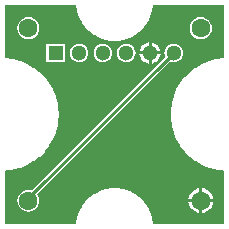
<source format=gtl>
G04*
G04 #@! TF.GenerationSoftware,Altium Limited,Altium Designer,24.4.1 (13)*
G04*
G04 Layer_Physical_Order=1*
G04 Layer_Color=255*
%FSLAX44Y44*%
%MOMM*%
G71*
G04*
G04 #@! TF.SameCoordinates,981E6EA0-C3E0-4720-A1E8-73D649FB2924*
G04*
G04*
G04 #@! TF.FilePolarity,Positive*
G04*
G01*
G75*
%ADD15C,0.2540*%
%ADD16C,1.3000*%
%ADD17R,1.3000X1.3000*%
%ADD18C,1.6000*%
G36*
X-32481Y92240D02*
X-31745Y87588D01*
X-31674Y87396D01*
X-31650Y87192D01*
X-30194Y82713D01*
X-30094Y82534D01*
X-30039Y82338D01*
X-27900Y78141D01*
X-27774Y77980D01*
X-27688Y77794D01*
X-24920Y73984D01*
X-24769Y73845D01*
X-24656Y73675D01*
X-21325Y70344D01*
X-21155Y70230D01*
X-21016Y70080D01*
X-17205Y67312D01*
X-17020Y67226D01*
X-16859Y67099D01*
X-12662Y64961D01*
X-12465Y64905D01*
X-12287Y64805D01*
X-7807Y63350D01*
X-7604Y63326D01*
X-7412Y63255D01*
X-2760Y62518D01*
X-2555Y62526D01*
X-2355Y62486D01*
X2355Y62486D01*
X2556Y62526D01*
X2761Y62518D01*
X7413Y63255D01*
X7605Y63326D01*
X7808Y63350D01*
X12287Y64805D01*
X12466Y64905D01*
X12663Y64961D01*
X16860Y67099D01*
X17020Y67226D01*
X17206Y67312D01*
X21017Y70080D01*
X21156Y70230D01*
X21326Y70344D01*
X24656Y73675D01*
X24770Y73845D01*
X24920Y73984D01*
X27689Y77794D01*
X27775Y77980D01*
X27901Y78141D01*
X30040Y82337D01*
X30095Y82534D01*
X30195Y82713D01*
X31651Y87192D01*
X31675Y87396D01*
X31745Y87588D01*
X32482Y92240D01*
X33747Y92410D01*
X92410D01*
Y48504D01*
X91718Y47482D01*
X85881Y46714D01*
X85719Y46659D01*
X85548Y46648D01*
X79861Y45124D01*
X79708Y45048D01*
X79541Y45015D01*
X74101Y42762D01*
X73959Y42667D01*
X73797Y42612D01*
X68698Y39668D01*
X68570Y39555D01*
X68417Y39480D01*
X63746Y35896D01*
X63633Y35767D01*
X63491Y35672D01*
X59328Y31509D01*
X59233Y31367D01*
X59104Y31254D01*
X55520Y26583D01*
X55445Y26430D01*
X55332Y26302D01*
X52388Y21203D01*
X52333Y21041D01*
X52238Y20899D01*
X49985Y15459D01*
X49952Y15292D01*
X49876Y15139D01*
X48352Y9452D01*
X48341Y9281D01*
X48286Y9119D01*
X47518Y3282D01*
X47529Y3111D01*
X47496Y2944D01*
Y-2944D01*
X47529Y-3111D01*
X47518Y-3282D01*
X48286Y-9119D01*
X48341Y-9281D01*
X48352Y-9452D01*
X49876Y-15139D01*
X49952Y-15292D01*
X49985Y-15459D01*
X52238Y-20899D01*
X52333Y-21041D01*
X52388Y-21203D01*
X55332Y-26302D01*
X55445Y-26430D01*
X55520Y-26583D01*
X59104Y-31254D01*
X59233Y-31367D01*
X59328Y-31509D01*
X63491Y-35672D01*
X63633Y-35767D01*
X63746Y-35896D01*
X68417Y-39480D01*
X68570Y-39555D01*
X68698Y-39668D01*
X73797Y-42612D01*
X73959Y-42667D01*
X74101Y-42762D01*
X79541Y-45015D01*
X79708Y-45048D01*
X79861Y-45124D01*
X85548Y-46648D01*
X85719Y-46659D01*
X85881Y-46714D01*
X91718Y-47482D01*
X92410Y-48504D01*
Y-92410D01*
X33747D01*
X32482Y-92239D01*
X31745Y-87587D01*
X31675Y-87395D01*
X31651Y-87192D01*
X30195Y-82713D01*
X30095Y-82534D01*
X30040Y-82337D01*
X27901Y-78140D01*
X27775Y-77980D01*
X27689Y-77794D01*
X24920Y-73983D01*
X24770Y-73844D01*
X24656Y-73674D01*
X21326Y-70344D01*
X21156Y-70230D01*
X21017Y-70080D01*
X17206Y-67311D01*
X17020Y-67225D01*
X16860Y-67099D01*
X12663Y-64961D01*
X12466Y-64905D01*
X12287Y-64805D01*
X7808Y-63350D01*
X7605Y-63326D01*
X7413Y-63255D01*
X2761Y-62518D01*
X2556Y-62526D01*
X2356Y-62486D01*
X-2355D01*
X-2555Y-62526D01*
X-2760Y-62518D01*
X-7412Y-63255D01*
X-7604Y-63326D01*
X-7807Y-63350D01*
X-12287Y-64805D01*
X-12465Y-64905D01*
X-12662Y-64961D01*
X-16859Y-67099D01*
X-17019Y-67226D01*
X-17205Y-67311D01*
X-21016Y-70080D01*
X-21155Y-70230D01*
X-21325Y-70344D01*
X-24656Y-73674D01*
X-24769Y-73844D01*
X-24920Y-73983D01*
X-27688Y-77794D01*
X-27774Y-77980D01*
X-27900Y-78140D01*
X-30039Y-82337D01*
X-30094Y-82534D01*
X-30194Y-82713D01*
X-31650Y-87192D01*
X-31674Y-87395D01*
X-31745Y-87587D01*
X-32481Y-92239D01*
X-33746Y-92410D01*
X-92410D01*
Y-48504D01*
X-91718Y-47482D01*
X-85881Y-46714D01*
X-85719Y-46659D01*
X-85548Y-46648D01*
X-79861Y-45124D01*
X-79708Y-45048D01*
X-79541Y-45015D01*
X-74101Y-42762D01*
X-73959Y-42667D01*
X-73797Y-42612D01*
X-68698Y-39668D01*
X-68570Y-39555D01*
X-68417Y-39480D01*
X-63746Y-35896D01*
X-63633Y-35767D01*
X-63491Y-35672D01*
X-59328Y-31509D01*
X-59233Y-31367D01*
X-59104Y-31254D01*
X-55520Y-26583D01*
X-55445Y-26430D01*
X-55332Y-26302D01*
X-52388Y-21203D01*
X-52333Y-21041D01*
X-52238Y-20899D01*
X-49985Y-15459D01*
X-49952Y-15292D01*
X-49876Y-15139D01*
X-48352Y-9452D01*
X-48341Y-9281D01*
X-48286Y-9119D01*
X-47518Y-3282D01*
X-47529Y-3111D01*
X-47496Y-2944D01*
Y2944D01*
X-47529Y3111D01*
X-47518Y3282D01*
X-48286Y9119D01*
X-48341Y9281D01*
X-48352Y9452D01*
X-49876Y15139D01*
X-49952Y15292D01*
X-49985Y15459D01*
X-52238Y20899D01*
X-52333Y21041D01*
X-52388Y21203D01*
X-55332Y26302D01*
X-55445Y26430D01*
X-55520Y26583D01*
X-59104Y31254D01*
X-59233Y31367D01*
X-59328Y31509D01*
X-63491Y35672D01*
X-63633Y35767D01*
X-63746Y35896D01*
X-68417Y39480D01*
X-68570Y39555D01*
X-68698Y39668D01*
X-73797Y42612D01*
X-73959Y42667D01*
X-74101Y42762D01*
X-79541Y45015D01*
X-79708Y45048D01*
X-79861Y45124D01*
X-85548Y46648D01*
X-85719Y46659D01*
X-85881Y46714D01*
X-91718Y47482D01*
X-92410Y48504D01*
Y92410D01*
X-33746D01*
X-32481Y92240D01*
D02*
G37*
%LPC*%
G36*
X73000Y82360D02*
X70577Y82041D01*
X68320Y81106D01*
X66381Y79619D01*
X64894Y77680D01*
X63959Y75423D01*
X63640Y73000D01*
X63959Y70577D01*
X64894Y68320D01*
X66381Y66381D01*
X68320Y64894D01*
X70577Y63959D01*
X73000Y63640D01*
X75423Y63959D01*
X77680Y64894D01*
X79619Y66381D01*
X81106Y68320D01*
X82041Y70577D01*
X82360Y73000D01*
X82041Y75423D01*
X81106Y77680D01*
X79619Y79619D01*
X77680Y81106D01*
X75423Y82041D01*
X73000Y82360D01*
D02*
G37*
G36*
X-73000D02*
X-75423Y82041D01*
X-77680Y81106D01*
X-79619Y79619D01*
X-81106Y77680D01*
X-82041Y75423D01*
X-82360Y73000D01*
X-82041Y70577D01*
X-81106Y68320D01*
X-79619Y66381D01*
X-77680Y64894D01*
X-75423Y63959D01*
X-73000Y63640D01*
X-70577Y63959D01*
X-68320Y64894D01*
X-66381Y66381D01*
X-64894Y68320D01*
X-63959Y70577D01*
X-63640Y73000D01*
X-63959Y75423D01*
X-64894Y77680D01*
X-66381Y79619D01*
X-68320Y81106D01*
X-70577Y82041D01*
X-73000Y82360D01*
D02*
G37*
G36*
X31270Y60951D02*
Y53270D01*
X38951D01*
X38807Y54360D01*
X37896Y56559D01*
X36447Y58447D01*
X34559Y59896D01*
X32360Y60807D01*
X31270Y60951D01*
D02*
G37*
G36*
X28730D02*
X27640Y60807D01*
X25441Y59896D01*
X23553Y58447D01*
X22104Y56559D01*
X21193Y54360D01*
X21049Y53270D01*
X28730D01*
Y60951D01*
D02*
G37*
G36*
X-42220Y59780D02*
X-57780D01*
Y44220D01*
X-42220D01*
Y59780D01*
D02*
G37*
G36*
X50000Y59847D02*
X47969Y59580D01*
X46076Y58796D01*
X44451Y57549D01*
X43204Y55924D01*
X42420Y54031D01*
X42153Y52000D01*
X42420Y49969D01*
X42969Y48645D01*
X-69912Y-64235D01*
X-70577Y-63959D01*
X-73000Y-63640D01*
X-75423Y-63959D01*
X-77680Y-64894D01*
X-79619Y-66381D01*
X-81106Y-68320D01*
X-82041Y-70577D01*
X-82360Y-73000D01*
X-82041Y-75423D01*
X-81106Y-77680D01*
X-79619Y-79619D01*
X-77680Y-81106D01*
X-75423Y-82041D01*
X-73000Y-82360D01*
X-70577Y-82041D01*
X-68320Y-81106D01*
X-66381Y-79619D01*
X-64894Y-77680D01*
X-63959Y-75423D01*
X-63640Y-73000D01*
X-63959Y-70577D01*
X-64894Y-68320D01*
X-65653Y-67330D01*
X46645Y44969D01*
X47969Y44420D01*
X50000Y44153D01*
X52031Y44420D01*
X53924Y45204D01*
X55549Y46451D01*
X56796Y48076D01*
X57580Y49969D01*
X57847Y52000D01*
X57580Y54031D01*
X56796Y55924D01*
X55549Y57549D01*
X53924Y58796D01*
X52031Y59580D01*
X50000Y59847D01*
D02*
G37*
G36*
X10000D02*
X7969Y59580D01*
X6076Y58796D01*
X4451Y57549D01*
X3204Y55924D01*
X2420Y54031D01*
X2153Y52000D01*
X2420Y49969D01*
X3204Y48076D01*
X4451Y46451D01*
X6076Y45204D01*
X7969Y44420D01*
X10000Y44153D01*
X12031Y44420D01*
X13924Y45204D01*
X15549Y46451D01*
X16796Y48076D01*
X17580Y49969D01*
X17847Y52000D01*
X17580Y54031D01*
X16796Y55924D01*
X15549Y57549D01*
X13924Y58796D01*
X12031Y59580D01*
X10000Y59847D01*
D02*
G37*
G36*
X-10000D02*
X-12031Y59580D01*
X-13924Y58796D01*
X-15549Y57549D01*
X-16796Y55924D01*
X-17580Y54031D01*
X-17847Y52000D01*
X-17580Y49969D01*
X-16796Y48076D01*
X-15549Y46451D01*
X-13924Y45204D01*
X-12031Y44420D01*
X-10000Y44153D01*
X-7969Y44420D01*
X-6076Y45204D01*
X-4451Y46451D01*
X-3204Y48076D01*
X-2420Y49969D01*
X-2153Y52000D01*
X-2420Y54031D01*
X-3204Y55924D01*
X-4451Y57549D01*
X-6076Y58796D01*
X-7969Y59580D01*
X-10000Y59847D01*
D02*
G37*
G36*
X-30000D02*
X-32031Y59580D01*
X-33924Y58796D01*
X-35549Y57549D01*
X-36796Y55924D01*
X-37580Y54031D01*
X-37847Y52000D01*
X-37580Y49969D01*
X-36796Y48076D01*
X-35549Y46451D01*
X-33924Y45204D01*
X-32031Y44420D01*
X-30000Y44153D01*
X-27969Y44420D01*
X-26077Y45204D01*
X-24451Y46451D01*
X-23204Y48076D01*
X-22420Y49969D01*
X-22153Y52000D01*
X-22420Y54031D01*
X-23204Y55924D01*
X-24451Y57549D01*
X-26077Y58796D01*
X-27969Y59580D01*
X-30000Y59847D01*
D02*
G37*
G36*
X38951Y50730D02*
X31270D01*
Y43049D01*
X32360Y43193D01*
X34559Y44104D01*
X36447Y45553D01*
X37896Y47441D01*
X38807Y49640D01*
X38951Y50730D01*
D02*
G37*
G36*
X28730D02*
X21049D01*
X21193Y49640D01*
X22104Y47441D01*
X23553Y45553D01*
X25441Y44104D01*
X27640Y43193D01*
X28730Y43049D01*
Y50730D01*
D02*
G37*
G36*
X74270Y-62536D02*
Y-71730D01*
X83464D01*
X83269Y-70248D01*
X82207Y-67684D01*
X80517Y-65483D01*
X78316Y-63793D01*
X75752Y-62731D01*
X74270Y-62536D01*
D02*
G37*
G36*
X71730D02*
X70248Y-62731D01*
X67684Y-63793D01*
X65483Y-65483D01*
X63793Y-67684D01*
X62731Y-70248D01*
X62536Y-71730D01*
X71730D01*
Y-62536D01*
D02*
G37*
G36*
X83464Y-74270D02*
X74270D01*
Y-83464D01*
X75752Y-83269D01*
X78316Y-82207D01*
X80517Y-80517D01*
X82207Y-78316D01*
X83269Y-75752D01*
X83464Y-74270D01*
D02*
G37*
G36*
X71730D02*
X62536D01*
X62731Y-75752D01*
X63793Y-78316D01*
X65483Y-80517D01*
X67684Y-82207D01*
X70248Y-83269D01*
X71730Y-83464D01*
Y-74270D01*
D02*
G37*
%LPD*%
D15*
X-73000Y-73000D02*
Y-71000D01*
X50000Y52000D01*
D16*
X-10000D02*
D03*
X-30000D02*
D03*
X10000D02*
D03*
X30000D02*
D03*
X50000D02*
D03*
D17*
X-50000D02*
D03*
D18*
X73000Y-73000D02*
D03*
X-73000Y73000D02*
D03*
X73000D02*
D03*
X-73000Y-73000D02*
D03*
M02*

</source>
